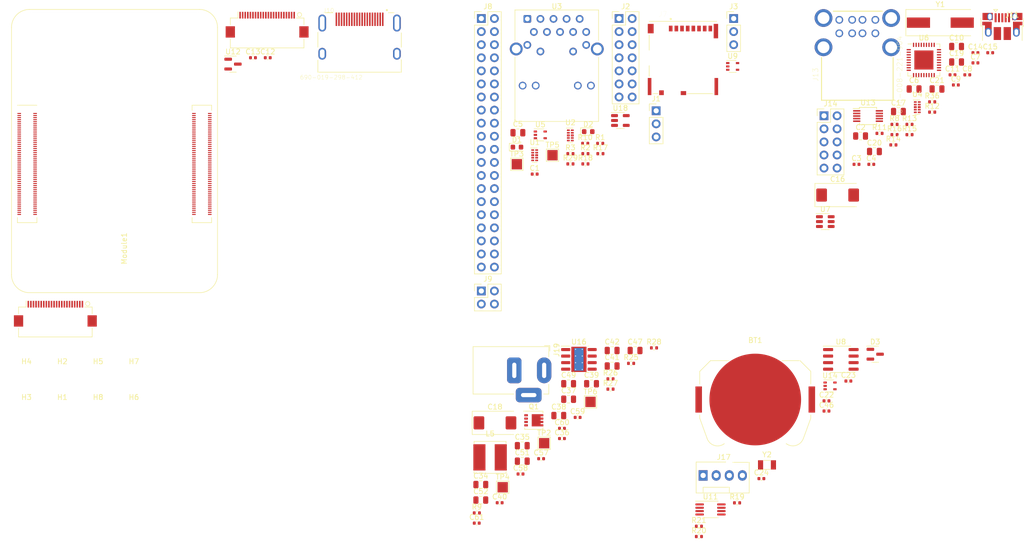
<source format=kicad_pcb>
(kicad_pcb (version 20211014) (generator pcbnew)
  (title_block (date "2023-06-09"))
  (layers (0 "F.Cu" signal) (31 "B.Cu" signal) (34 "B.Paste" user) (35 "F.Paste" user) (36 "B.SilkS" user "B.Silkscreen") (37 "F.SilkS" user "F.Silkscreen") (38 "B.Mask" user) (39 "F.Mask" user) (44 "Edge.Cuts" user))
  (net 0 "")
  (net 1 "Net-(BT1-Pad1)")
  (net 2 "GND")
  (net 3 "Net-(C1-Pad1)")
  (net 4 "/+5v")
  (net 5 "/+3.3v")
  (net 6 "/CM4_GPIO ( Ethernet, GPIO, SDCARD)/SD_PWR")
  (net 7 "Net-(C8-Pad1)")
  (net 8 "Net-(C9-Pad1)")
  (net 9 "/CM4_HighSpeed/HDMI_5v")
  (net 10 "/USB2-HUB/VBUS")
  (net 11 "Net-(C24-Pad1)")
  (net 12 "/RTC , Wakeup, FAN/nRTC_INT")
  (net 13 "/+12v")
  (net 14 "Net-(C36-Pad1)")
  (net 15 "Net-(C40-Pad2)")
  (net 16 "Net-(C46-Pad1)")
  (net 17 "Net-(C57-Pad1)")
  (net 18 "Net-(C57-Pad2)")
  (net 19 "Net-(C58-Pad1)")
  (net 20 "Net-(C59-Pad1)")
  (net 21 "Net-(C60-Pad1)")
  (net 22 "Net-(C61-Pad2)")
  (net 23 "Net-(D1-Pad1)")
  (net 24 "Net-(D2-Pad1)")
  (net 25 "/CM4_GPIO ( Ethernet, GPIO, SDCARD)/GLOBAL_EN")
  (net 26 "/CM4_GPIO ( Ethernet, GPIO, SDCARD)/RUN_PG")
  (net 27 "/CM4_GPIO ( Ethernet, GPIO, SDCARD)/nRPIBOOT")
  (net 28 "/CM4_GPIO ( Ethernet, GPIO, SDCARD)/EEPROM_nWP")
  (net 29 "/CM4_GPIO ( Ethernet, GPIO, SDCARD)/AIN0")
  (net 30 "/CM4_GPIO ( Ethernet, GPIO, SDCARD)/AIN1")
  (net 31 "/CM4_GPIO ( Ethernet, GPIO, SDCARD)/SYNC_IN")
  (net 32 "/CM4_GPIO ( Ethernet, GPIO, SDCARD)/SYNC_OUT")
  (net 33 "/CM4_GPIO ( Ethernet, GPIO, SDCARD)/TV_OUT")
  (net 34 "Net-(J2-Pad13)")
  (net 35 "/CM4_GPIO ( Ethernet, GPIO, SDCARD)/WL_nDis")
  (net 36 "/CM4_GPIO ( Ethernet, GPIO, SDCARD)/BT_nDis")
  (net 37 "Net-(J7-Pad10)")
  (net 38 "Net-(J7-Pad9)")
  (net 39 "/CM4_GPIO ( Ethernet, GPIO, SDCARD)/SD_DAT1")
  (net 40 "/CM4_GPIO ( Ethernet, GPIO, SDCARD)/SD_DAT0")
  (net 41 "/CM4_GPIO ( Ethernet, GPIO, SDCARD)/SD_CLK")
  (net 42 "/CM4_GPIO ( Ethernet, GPIO, SDCARD)/SD_CMD")
  (net 43 "/CM4_GPIO ( Ethernet, GPIO, SDCARD)/SD_DAT3")
  (net 44 "/CM4_GPIO ( Ethernet, GPIO, SDCARD)/SD_DAT2")
  (net 45 "/CM4_GPIO ( Ethernet, GPIO, SDCARD)/GPIO2")
  (net 46 "/CM4_GPIO ( Ethernet, GPIO, SDCARD)/GPIO3")
  (net 47 "/CM4_GPIO ( Ethernet, GPIO, SDCARD)/GPIO4")
  (net 48 "/CM4_GPIO ( Ethernet, GPIO, SDCARD)/GPIO14")
  (net 49 "/CM4_GPIO ( Ethernet, GPIO, SDCARD)/GPIO15")
  (net 50 "/CM4_GPIO ( Ethernet, GPIO, SDCARD)/GPIO17")
  (net 51 "/CM4_GPIO ( Ethernet, GPIO, SDCARD)/GPIO18")
  (net 52 "/CM4_GPIO ( Ethernet, GPIO, SDCARD)/GPIO27")
  (net 53 "/CM4_GPIO ( Ethernet, GPIO, SDCARD)/GPIO22")
  (net 54 "/CM4_GPIO ( Ethernet, GPIO, SDCARD)/GPIO23")
  (net 55 "/CM4_GPIO ( Ethernet, GPIO, SDCARD)/GPIO24")
  (net 56 "/CM4_GPIO ( Ethernet, GPIO, SDCARD)/GPIO10")
  (net 57 "/CM4_GPIO ( Ethernet, GPIO, SDCARD)/GPIO9")
  (net 58 "/CM4_GPIO ( Ethernet, GPIO, SDCARD)/GPIO25")
  (net 59 "/CM4_GPIO ( Ethernet, GPIO, SDCARD)/GPIO11")
  (net 60 "/CM4_GPIO ( Ethernet, GPIO, SDCARD)/GPIO8")
  (net 61 "/CM4_GPIO ( Ethernet, GPIO, SDCARD)/GPIO7")
  (net 62 "/CM4_GPIO ( Ethernet, GPIO, SDCARD)/ID_SD")
  (net 63 "/CM4_GPIO ( Ethernet, GPIO, SDCARD)/ID_SC")
  (net 64 "/CM4_GPIO ( Ethernet, GPIO, SDCARD)/GPIO5")
  (net 65 "/CM4_GPIO ( Ethernet, GPIO, SDCARD)/GPIO6")
  (net 66 "/CM4_GPIO ( Ethernet, GPIO, SDCARD)/GPIO12")
  (net 67 "/CM4_GPIO ( Ethernet, GPIO, SDCARD)/GPIO13")
  (net 68 "/CM4_GPIO ( Ethernet, GPIO, SDCARD)/GPIO19")
  (net 69 "/CM4_GPIO ( Ethernet, GPIO, SDCARD)/GPIO16")
  (net 70 "/CM4_GPIO ( Ethernet, GPIO, SDCARD)/GPIO26")
  (net 71 "/CM4_GPIO ( Ethernet, GPIO, SDCARD)/GPIO20")
  (net 72 "/CM4_GPIO ( Ethernet, GPIO, SDCARD)/GPIO21")
  (net 73 "/CM4_GPIO ( Ethernet, GPIO, SDCARD)/TR1_TAP")
  (net 74 "/CM4_GPIO ( Ethernet, GPIO, SDCARD)/TR2_TAP")
  (net 75 "/CM4_GPIO ( Ethernet, GPIO, SDCARD)/TR0_TAP")
  (net 76 "/CM4_GPIO ( Ethernet, GPIO, SDCARD)/TR3_TAP")
  (net 77 "/CM4_HighSpeed/HDMI1_HOTPLUG")
  (net 78 "/CM4_HighSpeed/HDMI1_SDA")
  (net 79 "/CM4_HighSpeed/HDMI1_SCL")
  (net 81 "/CM4_HighSpeed/HDMI1_CEC")
  (net 82 "/CM4_HighSpeed/HDMI1_CK_N")
  (net 83 "/CM4_HighSpeed/HDMI1_CK_P")
  (net 84 "/CM4_HighSpeed/HDMI1_D0_N")
  (net 85 "/CM4_HighSpeed/HDMI1_D0_P")
  (net 86 "/CM4_HighSpeed/HDMI1_D1_N")
  (net 87 "/CM4_HighSpeed/HDMI1_D1_P")
  (net 88 "/CM4_HighSpeed/HDMI1_D2_N")
  (net 89 "/CM4_HighSpeed/HDMI1_D2_P")
  (net 90 "Net-(J11-Pad1)")
  (net 91 "/USB2-HUB/USBD_N")
  (net 92 "/USB2-HUB/USBD_P")
  (net 94 "/USB2-HUB/HD1_N")
  (net 95 "/USB2-HUB/HD1_P")
  (net 96 "/USB2-HUB/HD2_N")
  (net 97 "/USB2-HUB/HD2_P")
  (net 98 "/USB2-HUB/HD3_N")
  (net 99 "/USB2-HUB/HD4_N")
  (net 100 "/USB2-HUB/HD3_P")
  (net 101 "/USB2-HUB/HD4_P")
  (net 104 "/CM4_HighSpeed/DSI0_D0_N")
  (net 105 "/CM4_HighSpeed/DSI0_D0_P")
  (net 106 "/CM4_HighSpeed/DSI0_D1_N")
  (net 107 "/CM4_HighSpeed/DSI0_D1_P")
  (net 108 "/CM4_HighSpeed/DSI0_C_N")
  (net 109 "/CM4_HighSpeed/DSI0_C_P")
  (net 116 "/CM4_HighSpeed/SCL1")
  (net 117 "/CM4_HighSpeed/SDA1")
  (net 118 "/CM4_HighSpeed/+3.3v")
  (net 119 "/CM4_HighSpeed/DSI1_D0_N")
  (net 120 "/CM4_HighSpeed/DSI1_D0_P")
  (net 121 "/CM4_HighSpeed/DSI1_D1_N")
  (net 122 "/CM4_HighSpeed/DSI1_D1_P")
  (net 123 "/CM4_HighSpeed/DSI1_C_N")
  (net 124 "/CM4_HighSpeed/DSI1_C_P")
  (net 125 "/CM4_HighSpeed/DSI1_D2_N")
  (net 126 "/CM4_HighSpeed/DSI1_D2_P")
  (net 127 "/CM4_HighSpeed/DSI1_D3_N")
  (net 128 "/CM4_HighSpeed/DSI1_D3_P")
  (net 131 "/CM4_HighSpeed/SCL0")
  (net 132 "/CM4_HighSpeed/SDA0")
  (net 133 "Net-(J17-Pad3)")
  (net 134 "Net-(J17-Pad4)")
  (net 135 "Net-(L5-Pad1)")
  (net 136 "/CM4_GPIO ( Ethernet, GPIO, SDCARD)/TRD3_P")
  (net 137 "/CM4_GPIO ( Ethernet, GPIO, SDCARD)/TRD1_P")
  (net 138 "/CM4_GPIO ( Ethernet, GPIO, SDCARD)/TRD3_N")
  (net 139 "/CM4_GPIO ( Ethernet, GPIO, SDCARD)/TRD1_N")
  (net 140 "/CM4_GPIO ( Ethernet, GPIO, SDCARD)/TRD2_N")
  (net 141 "/CM4_GPIO ( Ethernet, GPIO, SDCARD)/TRD0_N")
  (net 142 "/CM4_GPIO ( Ethernet, GPIO, SDCARD)/TRD2_P")
  (net 143 "/CM4_GPIO ( Ethernet, GPIO, SDCARD)/TRD0_P")
  (net 144 "/CM4_GPIO ( Ethernet, GPIO, SDCARD)/ETH_LEDY")
  (net 145 "/CM4_GPIO ( Ethernet, GPIO, SDCARD)/ETH_LEDG")
  (net 147 "Net-(Module1-Pad21)")
  (net 153 "/CM4_GPIO ( Ethernet, GPIO, SDCARD)/SD_PWR_ON")
  (net 154 "/CM4_GPIO ( Ethernet, GPIO, SDCARD)/Reserved")
  (net 155 "/CM4_GPIO ( Ethernet, GPIO, SDCARD)/GPIO_VREF")
  (net 156 "/RTC , Wakeup, FAN/SCL")
  (net 157 "/RTC , Wakeup, FAN/SDA")
  (net 158 "/CM4_GPIO ( Ethernet, GPIO, SDCARD)/+1.8v")
  (net 159 "/CM4_GPIO ( Ethernet, GPIO, SDCARD)/nPWR_LED")
  (net 160 "/CM4_GPIO ( Ethernet, GPIO, SDCARD)/CAM_GPIO")
  (net 161 "/nEXTRST")
  (net 162 "/CM4_HighSpeed/USBOTG_ID")
  (net 163 "/CM4_HighSpeed/PCIE_CLK_nREQ")
  (net 164 "/CM4_HighSpeed/USB2_N")
  (net 166 "/CM4_HighSpeed/USB2_P")
  (net 168 "/CM4_HighSpeed/PCIE_nRST")
  (net 169 "/CM4_HighSpeed/PCIE_CLK_P")
  (net 170 "/CM4_HighSpeed/PCIE_CLK_N")
  (net 171 "/CM4_HighSpeed/CAM1_D0_N")
  (net 172 "/CM4_HighSpeed/PCIE_RX_P")
  (net 173 "/CM4_HighSpeed/CAM1_D0_P")
  (net 174 "/CM4_HighSpeed/PCIE_RX_N")
  (net 175 "/CM4_HighSpeed/CAM1_D1_N")
  (net 176 "/CM4_HighSpeed/PCIE_TX_P")
  (net 177 "/CM4_HighSpeed/CAM1_D1_P")
  (net 178 "/CM4_HighSpeed/PCIE_TX_N")
  (net 179 "/CM4_HighSpeed/CAM1_C_N")
  (net 180 "/CM4_HighSpeed/CAM0_D0_N")
  (net 181 "/CM4_HighSpeed/CAM1_C_P")
  (net 182 "/CM4_HighSpeed/CAM0_D0_P")
  (net 183 "/CM4_HighSpeed/CAM1_D2_N")
  (net 184 "/CM4_HighSpeed/CAM0_D1_N")
  (net 185 "/CM4_HighSpeed/CAM1_D2_P")
  (net 186 "/CM4_HighSpeed/CAM0_D1_P")
  (net 187 "/CM4_HighSpeed/CAM1_D3_N")
  (net 188 "/CM4_HighSpeed/CAM0_C_N")
  (net 189 "/CM4_HighSpeed/CAM1_D3_P")
  (net 190 "/CM4_HighSpeed/CAM0_C_P")
  (net 191 "/CM4_HighSpeed/HDMI0_CEC")
  (net 192 "/CM4_HighSpeed/HDMI0_HOTPLUG")
  (net 193 "/CM4_HighSpeed/HDMI0_D2_P")
  (net 194 "/CM4_HighSpeed/HDMI0_D2_N")
  (net 195 "/CM4_HighSpeed/HDMI0_D1_P")
  (net 196 "/CM4_HighSpeed/HDMI0_D1_N")
  (net 197 "/CM4_HighSpeed/HDMI0_D0_P")
  (net 198 "/CM4_HighSpeed/HDMI0_D0_N")
  (net 199 "/CM4_HighSpeed/HDMI0_CK_P")
  (net 200 "/CM4_HighSpeed/HDMI0_CK_N")
  (net 201 "/CM4_HighSpeed/HDMI0_SDA")
  (net 202 "/CM4_HighSpeed/HDMI0_SCL")
  (net 203 "Net-(R2-Pad1)")
  (net 204 "Net-(R3-Pad1)")
  (net 205 "Net-(R10-Pad2)")
  (net 206 "Net-(R12-Pad1)")
  (net 207 "Net-(R13-Pad1)")
  (net 208 "Net-(R14-Pad1)")
  (net 209 "Net-(R15-Pad2)")
  (net 210 "Net-(R16-Pad1)")
  (net 211 "Net-(R36-Pad1)")
  (net 212 "Net-(U4-Pad1)")
  (net 213 "Net-(U4-Pad2)")
  (net 215 "/USB2-HUB/PWR1")
  (net 216 "/USB2-HUB/nOCS1")
  (net 221 "/USB2-HUB/USBH_N")
  (net 222 "/USB2-HUB/USBH_P")
  (net 224 "Net-(U8-Pad1)")
  (net 225 "Net-(U8-Pad2)")
  (footprint "Package_SO:MSOP-10_3x3mm_P0.5mm" (layer "F.Cu") (at 184.46 36.391925)
    (fp_text reference "U13")
    (fp_text value "FSUSB42MUX")
  )
  (footprint "Resistor_SMD:R_0402_1005Metric" (layer "F.Cu") (at 151.62 118.041925)
    (fp_text reference "R20")
    (fp_text value "510K 1%")
  )
  (footprint "Capacitor_SMD:C_0402_1005Metric" (layer "F.Cu") (at 112.93 111.481925)
    (fp_text reference "C40")
    (fp_text value "100n")
  )
  (footprint "TestPoint:TestPoint_Pad_2.0x2.0mm" (layer "F.Cu") (at 123.19 44.001925)
    (fp_text reference "TP5")
    (fp_text value "TestPoint")
  )
  (footprint "MountingHole:MountingHole_2.7mm_M2.5" (layer "F.Cu") (at 28.01 87.751925)
    (fp_text reference "H2")
    (fp_text value "MountingHole")
  )
  (footprint "Connector_PinHeader_2.54mm:PinHeader_2x07_P2.54mm_Vertical" (layer "F.Cu") (at 136.12 17.461925)
    (fp_text reference "J2")
    (fp_text value "Conn_02x07_Odd_Even")
  )
  (footprint "Capacitor_SMD:C_0805_2012Metric" (layer "F.Cu") (at 116.47 39.631925)
    (fp_text reference "C5")
    (fp_text value "10u")
  )
  (footprint "Crystal:Crystal_SMD_3215-2Pin_3.2x1.5mm" (layer "F.Cu") (at 164.84 104.131925)
    (fp_text reference "Y2")
    (fp_text value "X32K768S301")
  )
  (footprint "Capacitor_SMD:C_0402_1005Metric" (layer "F.Cu") (at 205.31 26.071925)
    (fp_text reference "C7")
    (fp_text value "100n")
  )
  (footprint "Resistor_SMD:R_0402_1005Metric" (layer "F.Cu") (at 189.38 42.001925)
    (fp_text reference "R14")
    (fp_text value "36K 1%")
  )
  (footprint "Capacitor_SMD:C_0805_2012Metric" (layer "F.Cu") (at 185.7 43.281925)
    (fp_text reference "C20")
    (fp_text value "10u")
  )
  (footprint "Connector_PinHeader_2.54mm:PinHeader_1x03_P2.54mm_Vertical" (layer "F.Cu") (at 158.37 17.461925)
    (fp_text reference "J3")
    (fp_text value "Conn_01x03")
  )
  (footprint "TestPoint:TestPoint_Pad_2.0x2.0mm" (layer "F.Cu") (at 113.52 108.471925)
    (fp_text reference "TP4")
    (fp_text value "TestPoint")
  )
  (footprint "Capacitor_SMD:C_0805_2012Metric" (layer "F.Cu") (at 201.65 22.891925)
    (fp_text reference "C10")
    (fp_text value "10u")
  )
  (footprint "Crystal:Crystal_SMD_HC49-SD" (layer "F.Cu") (at 198.5 18.261925)
    (fp_text reference "Y1")
    (fp_text value "24MHz")
  )
  (footprint "Resistor_SMD:R_0402_1005Metric" (layer "F.Cu") (at 126.67 45.691925)
    (fp_text reference "R29")
    (fp_text value "12K 1%")
  )
  (footprint "Inductor_SMD:L_Bourns_SRN6045TA" (layer "F.Cu") (at 111.07 102.671925)
    (fp_text reference "L5")
    (fp_text value "SRN6045TA-3R3Y")
  )
  (footprint "Resistor_SMD:R_0402_1005Metric" (layer "F.Cu") (at 151.62 116.051925)
    (fp_text reference "R21")
    (fp_text value "36K 1%")
  )
  (footprint "CM4IO:Hirose_FH12-22S-0.5SH_1x22-1MP_P0.50mm_Horizontal" (layer "F.Cu") (at 26.66 74.781925)
    (fp_text reference "J15")
    (fp_text value "Conn_01x22_Female")
  )
  (footprint "LED_SMD:LED_0603_1608Metric" (layer "F.Cu") (at 116.29 42.431925)
    (fp_text reference "D1")
    (fp_text value "LED Red")
  )
  (footprint "Resistor_SMD:R_0402_1005Metric" (layer "F.Cu") (at 189.6 40.011925)
    (fp_text reference "R16")
    (fp_text value "36K 1%")
  )
  (footprint "MountingHole:MountingHole_2.7mm_M2.5" (layer "F.Cu") (at 41.91 94.701925)
    (fp_text reference "H6")
    (fp_text value "MountingHole")
  )
  (footprint "Capacitor_SMD:C_0402_1005Metric" (layer "F.Cu") (at 185.09 45.771925)
    (fp_text reference "C4")
    (fp_text value "100n")
  )
  (footprint "CM4IO:Hirose_FH12-22S-0.5SH_1x22-1MP_P0.50mm_Horizontal" (layer "F.Cu") (at 67.78 18.661925)
    (fp_text reference "J16")
    (fp_text value "Conn_01x22_Female")
  )
  (footprint "Package_TO_SOT_SMD:SOT-23-6" (layer "F.Cu") (at 176.16 56.891925)
    (fp_text reference "U7")
    (fp_text value "AP22653W6")
  )
  (footprint "Capacitor_SMD:C_0805_2012Metric" (layer "F.Cu") (at 117.32 103.411925)
    (fp_text reference "C51")
    (fp_text value "10u")
  )
  (footprint "Capacitor_SMD:C_0805_2012Metric" (layer "F.Cu") (at 109.27 107.951925)
    (fp_text reference "C34")
    (fp_text value "10u 35v")
  )
  (footprint "Capacitor_SMD:C_0805_2012Metric" (layer "F.Cu") (at 126.32 88.371925)
    (fp_text reference "C49")
    (fp_text value "10u")
  )
  (footprint "TestPoint:TestPoint_Pad_2.0x2.0mm" (layer "F.Cu") (at 116.27 45.751925)
    (fp_text reference "TP3")
    (fp_text value "TestPoint")
  )
  (footprint "Capacitor_SMD:C_0402_1005Metric" (layer "F.Cu") (at 125.03 99.011925)
    (fp_text reference "C36")
    (fp_text value "100n 100v")
  )
  (footprint "Capacitor_SMD:C_0402_1005Metric" (layer "F.Cu") (at 125.03 97.041925)
    (fp_text reference "C60")
    (fp_text value "1.2nF")
  )
  (footprint "Capacitor_Tantalum_SMD:CP_EIA-7343-31_Kemet-D" (layer "F.Cu") (at 112.015 95.971925)
    (fp_text reference "C18")
    (fp_text value "100uF")
  )
  (footprint "Package_SON:USON-10_2.5x1.0mm_P0.5mm" (layer "F.Cu") (at 194.02 34.671925)
    (fp_text reference "U4")
    (fp_text value "TPD4EUSB30")
  )
  (footprint "Capacitor_SMD:C_0402_1005Metric" (layer "F.Cu") (at 176.39 91.701925)
    (fp_text reference "C22")
    (fp_text value "100n")
  )
  (footprint "MountingHole:MountingHole_2.7mm_M2.5" (layer "F.Cu") (at 28.01 94.701925)
    (fp_text reference "H1")
    (fp_text value "MountingHole")
  )
  (footprint "Capacitor_SMD:C_0805_2012Metric" (layer "F.Cu") (at 124.41 94.551925)
    (fp_text reference "C38")
    (fp_text value "10u 35v")
  )
  (footprint "Package_SO:SOIC-8-1EP_3.9x4.9mm_P1.27mm_EP2.95x4.9mm_Mask2.71x3.4mm_ThermalVias" (layer "F.Cu") (at 128.32 83.641925)
    (fp_text reference "U16")
    (fp_text value "AP64501SP-13")
  )
  (footprint "Resistor_SMD:R_0402_1005Metric" (layer "F.Cu") (at 129.58 43.701925)
    (fp_text reference "R2")
    (fp_text value "470R")
  )
  (footprint "Capacitor_SMD:C_0805_2012Metric" (layer "F.Cu") (at 130.77 88.371925)
    (fp_text reference "C39")
    (fp_text value "10u 35v")
  )
  (footprint "Capacitor_SMD:C_0805_2012Metric" (layer "F.Cu") (at 134.77 84.931925)
    (fp_text reference "C41")
    (fp_text value "10u 35v")
  )
  (footprint "Resistor_SMD:R_0402_1005Metric" (layer "F.Cu") (at 129.58 45.691925)
    (fp_text reference "R18")
    (fp_text value "nf")
  )
  (footprint "Capacitor_SMD:C_0402_1005Metric" (layer "F.Cu") (at 176.39 93.671925)
    (fp_text reference "C46")
    (fp_text value "100n")
  )
  (footprint "Resistor_SMD:R_0402_1005Metric" (layer "F.Cu") (at 192.51 40.011925)
    (fp_text reference "R15")
    (fp_text value "12K 1%")
  )
  (footprint "Capacitor_SMD:C_0805_2012Metric" (layer "F.Cu") (at 109.27 110.961925)
    (fp_text reference "C52")
    (fp_text value "10u")
  )
  (footprint "Resistor_SMD:R_0402_1005Metric" (layer "F.Cu") (at 189.6 38.021925)
    (fp_text reference "R8")
    (fp_text value "2.2K 1%")
  )
  (footprint "Resistor_SMD:R_0402_1005Metric" (layer "F.Cu") (at 186.69 39.761925)
    (fp_text reference "R11")
    (fp_text value "2.2K 1%")
  )
  (footprint "MountingHole:MountingHole_2.7mm_M2.5" (layer "F.Cu") (at 34.96 87.751925)
    (fp_text reference "H5")
    (fp_text value "MountingHole")
  )
  (footprint "CM4IO:EDAC 690-019-298-412" (layer "F.Cu") (at 85.73 18.336925)
    (fp_text reference "J10")
    (fp_text value "690-019-298-412")
  )
  (footprint "Package_SO:MSOP-8_3x3mm_P0.65mm" (layer "F.Cu") (at 153.87 112.781925)
    (fp_text reference "U11")
    (fp_text value "EMC2301-1-ACZL-TR")
  )
  (footprint "Package_SON:USON-10_2.5x1.0mm_P0.5mm" (layer "F.Cu") (at 119.73 44.001925)
    (fp_text reference "U1")
    (fp_text value "TPD4EUSB30")
  )
  (footprint "Resistor_SMD:R_0402_1005Metric" (layer "F.Cu") (at 196.91 35.631925)
    (fp_text reference "R12")
    (fp_text value "36K 1%")
  )
  (footprint "Capacitor_SMD:C_0805_2012Metric" (layer "F.Cu") (at 193.4 31.141925)
    (fp_text reference "C6")
    (fp_text value "10u")
  )
  (footprint "Package_TO_SOT_SMD:SOT-353_SC-70-5" (layer "F.Cu") (at 120.82 40.051925)
    (fp_text reference "U5")
    (fp_text value "74LVC1G07SE-7")
  )
  (footprint "Connector:FanPinHeader_1x04_P2.54mm_Vertical" (layer "F.Cu") (at 152.44 106.181925)
    (fp_text reference "J17")
    (fp_text value "Molex 470531000")
  )
  (footprint "Package_TO_SOT_SMD:SOT-353_SC-70-5" (layer "F.Cu") (at 158.17 26.761925)
    (fp_text reference "U9")
    (fp_text value "74LVC1G07SE-7")
  )
  (footprint "Resistor_SMD:R_0402_1005Metric" (layer "F.Cu") (at 132.49 43.701925)
    (fp_text reference "R17")
    (fp_text value "nf")
  )
  (footprint "CM4IO:MOLEX_USB_67298-4090" (layer "F.Cu") (at 182.38 23.041925)
    (fp_text reference "J13")
    (fp_text value "690-008-221-904")
  )
  (footprint "Capacitor_SMD:C_0805_2012Metric" (layer "F.Cu") (at 201.65 25.901925)
    (fp_text reference "C19")
    (fp_text value "10u")
  )
  (footprint "Resistor_SMD:R_0402_1005Metric" (layer "F.Cu") (at 142.9 81.411925)
    (fp_text reference "R28")
    (fp_text value "2.2K 1%")
  )
  (footprint "MountingHole:MountingHole_2.7mm_M2.5" (layer "F.Cu") (at 41.91 87.751925)
    (fp_text reference "H7")
    (fp_text value "MountingHole")
  )
  (footprint "Capacitor_SMD:C_0402_1005Metric" (layer "F.Cu") (at 120.98 102.931925)
    (fp_text reference "C57")
    (fp_text value "100n")
  )
  (footprint "Package_SON:Diodes_PowerDI3333-8" (layer "F.Cu") (at 119.56 95.471925)
    (fp_text reference "Q1")
    (fp_text value "DMP3013SFV-7")
  )
  (footprint "CM4IO:TRJG0926HENL" (layer "F.Cu") (at 124.02 26.421925)
    (fp_text reference "U3")
    (fp_text value "MagJack-A70-112-331N126")
  )
  (footprint "Capacitor_SMD:C_0402_1005Metric" (layer "F.Cu") (at 128.07 94.911925)
    (fp_text reference "C59")
    (fp_text value "nf")
  )
  (footprint "Capacitor_SMD:C_0805_2012Metric" (layer "F.Cu") (at 126.32 91.381925)
    (fp_text reference "C37")
    (fp_text value "10u 35v")
  )
  (footprint "Connector_PinHeader_2.54mm:PinHeader_1x03_P2.54mm_Vertical" (layer "F.Cu") (at 143.32 35.371925)
    (fp_text reference "J1")
    (fp_text value "Conn_01x03")
  )
  (footprint "Capacitor_SMD:C_0402_1005Metric" (layer "F.Cu") (at 163.75 106.791925)
    (fp_text reference "C24")
    (fp_text value "100n")
  )
  (footprint "Resistor_SMD:R_0402_1005Metric" (layer "F.Cu") (at 159.03 111.501925)
    (fp_text reference "R19")
    (fp_text value "510K 1%")
  )
  (footprint "CM4IO:USB_Micro-B_EDAC_UCON00686" (layer "F.Cu") (at 210.535 20.126925)
    (fp_text reference "J11")
    (fp_text value "USB_OTG")
  )
  (footprint "MountingHole:MountingHole_2.7mm_M2.5" (layer "F.Cu") (at 21.06 87.751925)
    (fp_text reference "H4")
    (fp_text value "MountingHole")
  )
  (footprint "Capacitor_SMD:C_0402_1005Metric" (layer "F.Cu") (at 116.98 105.901925)
    (fp_text reference "C58")
    (fp_text value "100n")
  )
  (footprint "Resistor_SMD:R_0402_1005Metric" (layer "F.Cu") (at 129.54 41.711925)
    (fp_text reference "R10")
    (fp_text value "1k")
  )
  (footprint "CM4IO:Raspberry-Pi-4-Compute-Module" (layer "F.Cu") (at 21.645 67.196925)
    (fp_text reference "Module1")
    (fp_text value "ComputeModule4")
  )
  (footprint "Capacitor_SMD:C_0805_2012Metric" (layer "F.Cu") (at 139.22 81.921925)
    (fp_text reference "C47")
    (fp_text value "10u")
  )
  (footprint "Capacitor_SMD:C_0805_2012Metric" (layer "F.Cu") (at 183.01 40.271925)
    (fp_text reference "C2")
    (fp_text value "10u")
  )
  (footprint "LED_SMD:LED_0603_1608Metric" (layer "F.Cu") (at 130.13 39.421925)
    (fp_text reference "D2")
    (fp_text value "LED Green")
  )
  (footprint "Capacitor_SMD:C_0805_2012Metric" (layer "F.Cu") (at 134.77 81.921925)
    (fp_text reference "C42")
    (fp_text value "10u 35v")
  )
  (footprint "Capacitor_SMD:C_0402_1005Metric" (layer "F.Cu") (at 180.64 87.851925)
    (fp_text reference "C23")
    (fp_text value "100n")
  )
  (footprint "CM4IO:BarrelJack_Horizontal" (layer "F.Cu") (at 121.57 85.776925)
    (fp_text reference "J19")
    (fp_text value "Barrel_Jack")
  )
  (footprint "Capacitor_SMD:C_0402_1005Metric" (layer "F.Cu") (at 108.48 115.441925)
    (fp_text reference "C61")
    (fp_text value "nf")
  )
  (footprint "Capacitor_SMD:C_0402_1005Metric" (layer "F.Cu") (at 201.51 30.361925)
    (fp_text reference "C9")
    (fp_text value "27pF")
  )
  (footprint "Capacitor_SMD:C_0805_2012Metric" (layer "F.Cu") (at 190.36 35.521925)
    (fp_text reference "C17")
    (fp_text value "10u")
  )
  (footprint "Capacitor_SMD:C_0402_1005Metric" (layer "F.Cu") (at 67.9 25.071925)
    (fp_text reference "C12")
    (fp_text value "100n")
  )
  (footprint "Capacitor_SMD:C_0402_1005Metric" (layer "F.Cu") (at 208.18 24.101925)
    (fp_text reference "C15")
    (fp_text value "100n")
  )
  (footprint "Package_SON:USON-10_2.5x1.0mm_P0.5mm" (layer "F.Cu") (at 126.65 40.151925)
    (fp_text reference "U2")
    (fp_text value "TPD4EUSB30")
  )
  (footprint "Capacitor_SMD:C_0805_2012Metric" (layer "F.Cu") (at 197.85 31.141925)
    (fp_text reference "C21")
    (fp_text value "10u")
  )
  (footprint "Package_TO_SOT_SMD:SOT-23" (layer "F.Cu") (at 61.15 26.311925)
    (fp_text reference "U12")
    (fp_text value "RT9742SNGV")
  )
  (footprint "Connector_PinHeader_2.54mm:PinHeader_2x20_P2.54mm_Vertical" (layer "F.Cu") (at 109.37 17.461925)
    (fp_text reference "J8")
    (fp_text value "THD-20-R")
  )
  (footprint "Capacitor_SMD:C_0402_1005Metric" (layer "F.Cu") (at 182.22 45.771925)
    (fp_text reference "C3")
    (fp_text value "100n")
  )
  (footprint "Resistor_SMD:R_0402_1005Metric" (layer "F.Cu") (at 192.51 38.021925)
    (fp_text reference "R13")
    (fp_text value "36K 1%")
  )
  (footprint "Resistor_SMD:R_0402_1005Metric" (layer "F.Cu") (at 196.91 33.641925)
    (fp_text reference "R36")
    (fp_text value "15K 1%")
  )
  (footprint "Package_SO:SOIC-8_3.9x4.9mm_P1.27mm" (layer "F.Cu") (at 179.18 83.641925)
    (fp_text reference "U8")
    (fp_text value "PCF85063AT/AAZ")
  )
  (footprint "Package_TO_SOT_SMD:SOT-23" (layer "F.Cu") (at 185.85 82.641925)
    (fp_text reference "D3")
    (fp_text value "BAT54C-7-F")
  )
  (footprint "Resistor_SMD:R_0402_1005Metric" (layer "F.Cu") (at 134.45 89.421925)
    (fp_text reference "R27")
    (fp_text value "12K 1%")
  )
  (footprint "Resistor_SMD:R_0402_1005Metric" (layer "F.Cu") (at 126.67 43.701925)
    (fp_text reference "R3")
    (fp_text value "470R")
  )
  (footprint "Package_TO_SOT_SMD:SOT-23-5" (layer "F.Cu") (at 136.37 37.261925)
    (fp_text reference "U18")
    (fp_text value "RT9742GGJ5")
  )
  (footprint "MountingHole:MountingHole_2.7mm_M2.5" (layer "F.Cu") (at 21.06 94.701925)
    (fp_text reference "H3")
    (fp_text value "MountingHole")
  )
  (footprint "MountingHole:MountingHole_2.7mm_M2.5" (layer "F.Cu") (at 34.96 94.701925)
    (fp_text reference "H8")
    (fp_text value "MountingHole")
  )
  (footprint "Connector_PinHeader_2.54mm:PinHeader_2x05_P2.54mm_Vertical" (layer "F.Cu") (at 175.91 36.341925)
    (fp_text reference "J14")
    (fp_text value "Conn_02x05_Odd_Even")
  )
  (footprint "TestPoint:TestPoint_Pad_2.0x2.0mm" (layer "F.Cu") (at 121.57 99.921925)
    (fp_text reference "TP2")
    (fp_text value "TestPoint")
  )
  (footprint "Capacitor_SMD:C_0402_1005Metric" (layer "F.Cu") (at 203.73 28.391925)
    (fp_text reference "C8")
    (fp_text value "27pF")
  )
  (footprint "Resistor_SMD:R_0402_1005Metric" (layer "F.Cu") (at 108.5 113.461925)
    (fp_text reference "R9")
    (fp_text value "10R")
  )
  (footprint "Capacitor_SMD:C_0402_1005Metric" (layer "F.Cu") (at 119.73 47.671925)
    (fp_text reference "C1")
    (fp_text value "100n")
  )
  (footprint "Capacitor_SMD:C_0402_1005Metric" (layer "F.Cu") (at 200.86 28.391925)
    (fp_text reference "C11")
    (fp_text value "100n")
  )
  (footprint "Package_TO_SOT_SMD:SOT-353_SC-70-5" (layer "F.Cu") (at 177.08 88.791925)
    (fp_text reference "U14")
    (fp_text value "74LVC1G07SE-7")
  )
  (footprint "Resistor_SMD:R_0402_1005Metric" (layer "F.Cu") (at 138.45 84.421925)
    (fp_text reference "R25")
    (fp_text value "20K 1%")
  )
  (footprint "CM4IO:SDCARD_MOLEX_503398-1892" (layer "F.Cu") (at 148.52 25.026925)
    (fp_text reference "J7")
    (fp_text value "Micro_SD_Card_Det")
  )
  (footprint "Capacitor_SMD:C_0805_2012Metric" (layer "F.Cu") (at 117.32 100.401925)
    (fp_text reference "C35")
    (fp_text value "10u 35v")
  )
  (footprint "Package_DFN_QFN:QFN-36-1EP_6x6mm_P0.5mm_EP3.7x3.7mm" (layer "F.Cu") (at 195.3 25.511925)
    (fp_text reference "U6")
    (fp_text value "USB2514B-I/M2")
  )
  (footprint "Capacitor_SMD:C_0402_1005Metric" (layer "F.Cu") (at 65.03 25.071925)
    (fp_text reference "C13")
    (fp_text value "100n")
  )
  (footprint "Capacitor_Tantalum_SMD:CP_EIA-7343-31_Kemet-D" (layer "F.Cu") (at 178.555 51.741925)
    (fp_text reference "C16")
    (fp_text value "100uF")
  )
  (footprint "Resistor_SMD:R_0402_1005Metric" (layer "F.Cu") (at 134.45 87.431925)
    (fp_text reference "R26")
    (fp_text value "12K 1%")
  )
  (footprint "Resistor_SMD:R_0402_1005Metric" (layer "F.Cu") (at 132.45 41.711925)
    (fp_text reference "R1")
    (fp_text value "1k")
  )
  (footprint "Battery:BatteryHolder_Keystone_3034_1x20mm" (layer "F.Cu") (at 162.56 91.44)
    (fp_text reference "BT1")
    (fp_text value "Battery_Cell")
  )
  (footprint "Capacitor_SMD:C_0402_1005Metric" (layer "F.Cu") (at 205.31 24.101925)
    (fp_text reference "C14")
    (fp_text value "100n")
  )
  (footprint "Connector_PinHeader_2.54mm:PinHeader_2x02_P2.54mm_Vertical" (layer "F.Cu") (at 109.37 70.361925)
    (fp_text reference "J9")
    (fp_text value "THD-02-R")
  )
  (footprint "TestPoint:TestPoint_Pad_2.0x2.0mm" (layer "F.Cu") (at 130.57 91.901925)
    (fp_text reference "TP6")
    (fp_text value "TestPoint")
  )
)
</source>
